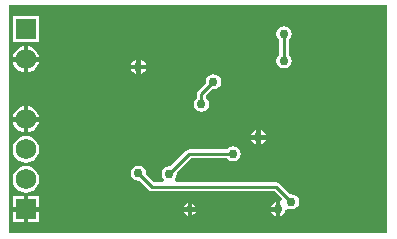
<source format=gbl>
G04 Layer_Physical_Order=2*
G04 Layer_Color=16711680*
%FSLAX24Y24*%
%MOIN*%
G70*
G01*
G75*
%ADD17C,0.0100*%
%ADD19C,0.0680*%
%ADD20R,0.0680X0.0680*%
%ADD21C,0.0300*%
%ADD22C,0.0236*%
G36*
X12800Y200D02*
X200D01*
Y7800D01*
X12800D01*
Y200D01*
D02*
G37*
%LPC*%
G36*
X1190Y7440D02*
X310D01*
Y6560D01*
X1190D01*
Y7440D01*
D02*
G37*
G36*
X825Y6434D02*
Y6075D01*
X1184D01*
X1179Y6115D01*
X1134Y6222D01*
X1064Y6314D01*
X972Y6384D01*
X865Y6429D01*
X825Y6434D01*
D02*
G37*
G36*
X675D02*
X635Y6429D01*
X528Y6384D01*
X436Y6314D01*
X366Y6222D01*
X321Y6115D01*
X316Y6075D01*
X675D01*
Y6434D01*
D02*
G37*
G36*
X4575Y5990D02*
Y5825D01*
X4740D01*
X4735Y5848D01*
X4680Y5930D01*
X4598Y5985D01*
X4575Y5990D01*
D02*
G37*
G36*
X4425D02*
X4402Y5985D01*
X4320Y5930D01*
X4265Y5848D01*
X4260Y5825D01*
X4425D01*
Y5990D01*
D02*
G37*
G36*
X9350Y7105D02*
X9252Y7085D01*
X9170Y7030D01*
X9115Y6948D01*
X9095Y6850D01*
X9115Y6752D01*
X9170Y6670D01*
X9197Y6652D01*
Y6148D01*
X9170Y6130D01*
X9115Y6048D01*
X9095Y5950D01*
X9115Y5852D01*
X9170Y5770D01*
X9252Y5715D01*
X9350Y5695D01*
X9448Y5715D01*
X9530Y5770D01*
X9585Y5852D01*
X9605Y5950D01*
X9585Y6048D01*
X9530Y6130D01*
X9503Y6148D01*
Y6652D01*
X9530Y6670D01*
X9585Y6752D01*
X9605Y6850D01*
X9585Y6948D01*
X9530Y7030D01*
X9448Y7085D01*
X9350Y7105D01*
D02*
G37*
G36*
X1184Y5925D02*
X825D01*
Y5566D01*
X865Y5571D01*
X972Y5616D01*
X1064Y5686D01*
X1134Y5778D01*
X1179Y5885D01*
X1184Y5925D01*
D02*
G37*
G36*
X675D02*
X316D01*
X321Y5885D01*
X366Y5778D01*
X436Y5686D01*
X528Y5616D01*
X635Y5571D01*
X675Y5566D01*
Y5925D01*
D02*
G37*
G36*
X4740Y5675D02*
X4575D01*
Y5510D01*
X4598Y5515D01*
X4680Y5570D01*
X4735Y5652D01*
X4740Y5675D01*
D02*
G37*
G36*
X4425D02*
X4260D01*
X4265Y5652D01*
X4320Y5570D01*
X4402Y5515D01*
X4425Y5510D01*
Y5675D01*
D02*
G37*
G36*
X7000Y5505D02*
X6902Y5485D01*
X6820Y5430D01*
X6765Y5348D01*
X6745Y5250D01*
X6752Y5218D01*
X6492Y4958D01*
X6459Y4909D01*
X6447Y4850D01*
Y4698D01*
X6420Y4680D01*
X6365Y4598D01*
X6345Y4500D01*
X6365Y4402D01*
X6420Y4320D01*
X6502Y4265D01*
X6600Y4245D01*
X6698Y4265D01*
X6780Y4320D01*
X6835Y4402D01*
X6855Y4500D01*
X6835Y4598D01*
X6780Y4680D01*
X6764Y4691D01*
X6758Y4792D01*
X6968Y5002D01*
X7000Y4995D01*
X7098Y5015D01*
X7180Y5070D01*
X7235Y5152D01*
X7255Y5250D01*
X7235Y5348D01*
X7180Y5430D01*
X7098Y5485D01*
X7000Y5505D01*
D02*
G37*
G36*
X825Y4434D02*
Y4075D01*
X1184D01*
X1179Y4115D01*
X1134Y4222D01*
X1064Y4314D01*
X972Y4384D01*
X865Y4429D01*
X825Y4434D01*
D02*
G37*
G36*
X675D02*
X635Y4429D01*
X528Y4384D01*
X436Y4314D01*
X366Y4222D01*
X321Y4115D01*
X316Y4075D01*
X675D01*
Y4434D01*
D02*
G37*
G36*
X1184Y3925D02*
X825D01*
Y3566D01*
X865Y3571D01*
X972Y3616D01*
X1064Y3686D01*
X1134Y3778D01*
X1179Y3885D01*
X1184Y3925D01*
D02*
G37*
G36*
X675D02*
X316D01*
X321Y3885D01*
X366Y3778D01*
X436Y3686D01*
X528Y3616D01*
X635Y3571D01*
X675Y3566D01*
Y3925D01*
D02*
G37*
G36*
X8575Y3640D02*
Y3475D01*
X8740D01*
X8735Y3498D01*
X8680Y3580D01*
X8598Y3636D01*
X8575Y3640D01*
D02*
G37*
G36*
X8425D02*
X8402Y3636D01*
X8320Y3580D01*
X8265Y3498D01*
X8260Y3475D01*
X8425D01*
Y3640D01*
D02*
G37*
G36*
X8740Y3325D02*
X8575D01*
Y3160D01*
X8598Y3164D01*
X8680Y3220D01*
X8735Y3302D01*
X8740Y3325D01*
D02*
G37*
G36*
X8425D02*
X8260D01*
X8265Y3302D01*
X8320Y3220D01*
X8402Y3164D01*
X8425Y3160D01*
Y3325D01*
D02*
G37*
G36*
X7650Y3105D02*
X7552Y3086D01*
X7470Y3030D01*
X7452Y3003D01*
X6200D01*
X6141Y2991D01*
X6092Y2958D01*
X5563Y2429D01*
X5531Y2435D01*
X5433Y2416D01*
X5350Y2361D01*
X5295Y2278D01*
X5276Y2181D01*
X5295Y2083D01*
X5349Y2003D01*
X5345Y1986D01*
X5316Y1903D01*
X5013D01*
X4748Y2168D01*
X4755Y2200D01*
X4735Y2298D01*
X4680Y2380D01*
X4598Y2435D01*
X4500Y2455D01*
X4402Y2435D01*
X4320Y2380D01*
X4265Y2298D01*
X4245Y2200D01*
X4265Y2102D01*
X4320Y2020D01*
X4402Y1965D01*
X4500Y1945D01*
X4532Y1952D01*
X4842Y1642D01*
X4891Y1609D01*
X4950Y1597D01*
X9037D01*
X9283Y1351D01*
X9280Y1325D01*
X9225Y1283D01*
Y1000D01*
Y760D01*
X9248Y765D01*
X9330Y820D01*
X9385Y902D01*
X9398Y964D01*
X9482Y1012D01*
X9502Y1015D01*
X9502Y1015D01*
X9600Y995D01*
X9698Y1015D01*
X9780Y1070D01*
X9835Y1152D01*
X9855Y1250D01*
X9835Y1348D01*
X9780Y1430D01*
X9698Y1485D01*
X9600Y1505D01*
X9568Y1498D01*
X9208Y1858D01*
X9159Y1891D01*
X9100Y1903D01*
X5745D01*
X5716Y1986D01*
X5713Y2003D01*
X5766Y2083D01*
X5785Y2181D01*
X5779Y2213D01*
X6263Y2697D01*
X7452D01*
X7470Y2670D01*
X7552Y2614D01*
X7650Y2595D01*
X7748Y2614D01*
X7830Y2670D01*
X7885Y2752D01*
X7905Y2850D01*
X7885Y2948D01*
X7830Y3030D01*
X7748Y3086D01*
X7650Y3105D01*
D02*
G37*
G36*
X750Y3444D02*
X635Y3429D01*
X528Y3384D01*
X436Y3314D01*
X366Y3222D01*
X321Y3115D01*
X306Y3000D01*
X321Y2885D01*
X366Y2778D01*
X436Y2686D01*
X528Y2616D01*
X635Y2571D01*
X750Y2556D01*
X865Y2571D01*
X972Y2616D01*
X1064Y2686D01*
X1134Y2778D01*
X1179Y2885D01*
X1194Y3000D01*
X1179Y3115D01*
X1134Y3222D01*
X1064Y3314D01*
X972Y3384D01*
X865Y3429D01*
X750Y3444D01*
D02*
G37*
G36*
Y2444D02*
X635Y2429D01*
X528Y2384D01*
X436Y2314D01*
X366Y2222D01*
X321Y2115D01*
X306Y2000D01*
X321Y1885D01*
X366Y1778D01*
X436Y1686D01*
X528Y1616D01*
X635Y1571D01*
X750Y1556D01*
X865Y1571D01*
X972Y1616D01*
X1064Y1686D01*
X1134Y1778D01*
X1179Y1885D01*
X1194Y2000D01*
X1179Y2115D01*
X1134Y2222D01*
X1064Y2314D01*
X972Y2384D01*
X865Y2429D01*
X750Y2444D01*
D02*
G37*
G36*
X1190Y1440D02*
X825D01*
Y1075D01*
X1190D01*
Y1440D01*
D02*
G37*
G36*
X9075Y1240D02*
X9052Y1235D01*
X8970Y1180D01*
X8915Y1098D01*
X8910Y1075D01*
X9075D01*
Y1240D01*
D02*
G37*
G36*
X6285Y1207D02*
Y1075D01*
X6417D01*
X6415Y1085D01*
X6367Y1157D01*
X6295Y1205D01*
X6285Y1207D01*
D02*
G37*
G36*
X6135D02*
X6125Y1205D01*
X6052Y1157D01*
X6004Y1085D01*
X6002Y1075D01*
X6135D01*
Y1207D01*
D02*
G37*
G36*
X675Y1440D02*
X310D01*
Y1075D01*
X675D01*
Y1440D01*
D02*
G37*
G36*
X6417Y925D02*
X6285D01*
Y793D01*
X6295Y795D01*
X6367Y843D01*
X6415Y915D01*
X6417Y925D01*
D02*
G37*
G36*
X6135D02*
X6002D01*
X6004Y915D01*
X6052Y843D01*
X6125Y795D01*
X6135Y793D01*
Y925D01*
D02*
G37*
G36*
X9075D02*
X8910D01*
X8915Y902D01*
X8970Y820D01*
X9052Y765D01*
X9075Y760D01*
Y925D01*
D02*
G37*
G36*
X1190D02*
X825D01*
Y560D01*
X1190D01*
Y925D01*
D02*
G37*
G36*
X675D02*
X310D01*
Y560D01*
X675D01*
Y925D01*
D02*
G37*
%LPD*%
D17*
X6200Y2850D02*
X7650D01*
X5531Y2181D02*
X6200Y2850D01*
X4500Y2200D02*
X4950Y1750D01*
X6600Y4500D02*
Y4850D01*
X7000Y5250D01*
X4950Y1750D02*
X9100D01*
X9600Y1250D01*
X9350Y5950D02*
Y6850D01*
D19*
X750Y2000D02*
D03*
Y3000D02*
D03*
Y4000D02*
D03*
Y6000D02*
D03*
D20*
Y1000D02*
D03*
Y7000D02*
D03*
D21*
X7650Y2850D02*
D03*
X5531Y2181D02*
D03*
X4500Y2200D02*
D03*
X8500Y3400D02*
D03*
X6600Y4500D02*
D03*
X7000Y5250D02*
D03*
X9350Y6850D02*
D03*
X9150Y1000D02*
D03*
X9600Y1250D02*
D03*
X4500Y5750D02*
D03*
X9350Y5950D02*
D03*
D22*
X6210Y1000D02*
D03*
M02*

</source>
